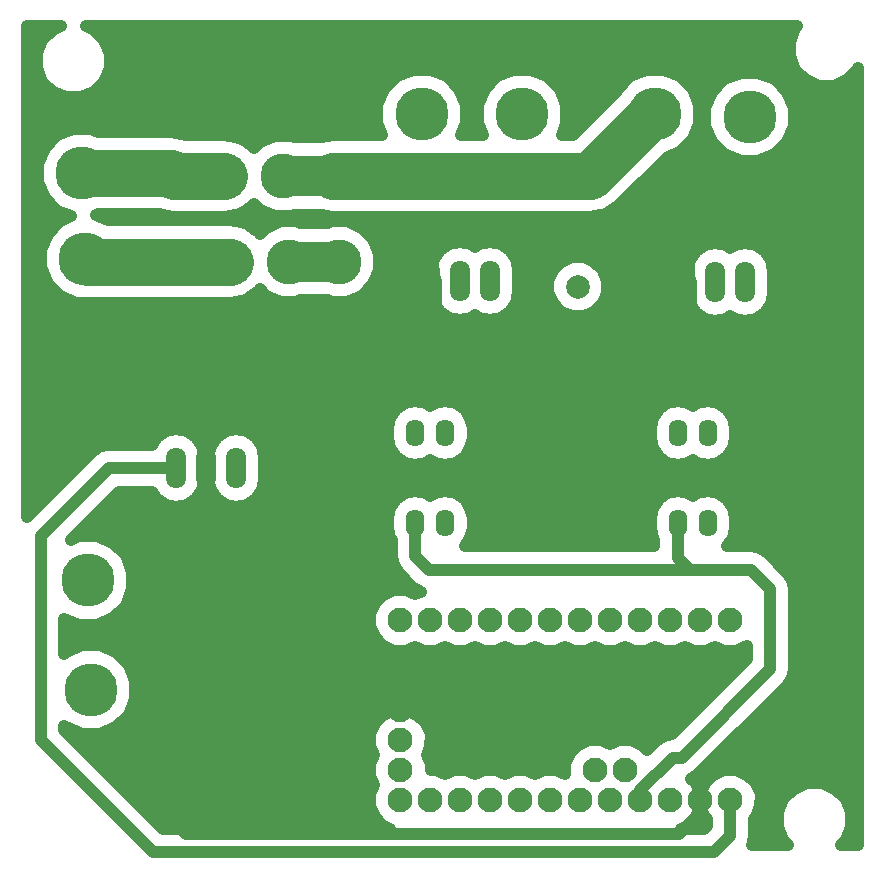
<source format=gbr>
G04 #@! TF.FileFunction,Copper,L2,Bot,Signal*
%FSLAX46Y46*%
G04 Gerber Fmt 4.6, Leading zero omitted, Abs format (unit mm)*
G04 Created by KiCad (PCBNEW 4.0.6) date Tuesday, 04 April 2023 'PMt' 16:51:39*
%MOMM*%
%LPD*%
G01*
G04 APERTURE LIST*
%ADD10C,0.100000*%
%ADD11C,3.800000*%
%ADD12R,3.000000X3.500000*%
%ADD13O,1.600000X2.300000*%
%ADD14C,1.998980*%
%ADD15C,2.100000*%
%ADD16O,1.699260X3.500120*%
%ADD17C,4.500880*%
%ADD18C,4.000000*%
%ADD19C,1.000000*%
%ADD20C,2.000000*%
G04 APERTURE END LIST*
D10*
D11*
X14000000Y58250000D03*
X18250000Y58250000D03*
X23250000Y58250000D03*
X27500000Y58250000D03*
D12*
X25400000Y58250000D03*
X16100000Y58250000D03*
D11*
X14500000Y51000000D03*
X18750000Y51000000D03*
X23750000Y51000000D03*
X28000000Y51000000D03*
D12*
X25900000Y51000000D03*
X16600000Y51000000D03*
D13*
X34460000Y28875000D03*
X37000000Y28875000D03*
X37000000Y36495000D03*
X34460000Y36495000D03*
X56685000Y28875000D03*
X59225000Y28875000D03*
X59225000Y36495000D03*
X56685000Y36495000D03*
D14*
X48201400Y48880040D03*
X48201400Y53881300D03*
D15*
X50970000Y5380000D03*
X56050000Y5380000D03*
X56050000Y20620000D03*
X48430000Y20620000D03*
X45890000Y20620000D03*
X43350000Y20620000D03*
X61130000Y5380000D03*
X58590000Y5380000D03*
X53510000Y5380000D03*
X48430000Y5380000D03*
X45890000Y5380000D03*
X43350000Y5380000D03*
X40810000Y5380000D03*
X38270000Y5380000D03*
X35730000Y5380000D03*
X33190000Y5380000D03*
X61130000Y20620000D03*
X58590000Y20620000D03*
X50970000Y20620000D03*
X40810000Y20620000D03*
X38270000Y20620000D03*
X35730000Y20620000D03*
X33190000Y20620000D03*
X33190000Y7920000D03*
X33190000Y10460000D03*
X33190000Y13000000D03*
X52240000Y7920000D03*
X49700000Y7920000D03*
X53510000Y20620000D03*
D16*
X38244600Y49372800D03*
X40784600Y49372800D03*
X35704600Y49372800D03*
X59860000Y49245800D03*
X62400000Y49245800D03*
X57320000Y49245800D03*
X16750000Y33500000D03*
X19290000Y33500000D03*
X14210000Y33500000D03*
D17*
X35000000Y63500000D03*
X43500000Y63500000D03*
X7000000Y14750000D03*
X6750000Y24000000D03*
X6250000Y58500000D03*
X6500000Y51250000D03*
X6500000Y43750000D03*
X54750000Y63500000D03*
X62750000Y63250000D03*
D18*
X27500000Y58250000D02*
X49250000Y58250000D01*
X49250000Y58250000D02*
X54500000Y63500000D01*
X54500000Y63500000D02*
X54750000Y63500000D01*
X14000000Y58250000D02*
X18250000Y58250000D01*
X6250000Y58500000D02*
X13750000Y58500000D01*
X13750000Y58500000D02*
X14000000Y58250000D01*
X14500000Y51000000D02*
X6750000Y51000000D01*
X6750000Y51000000D02*
X6500000Y51250000D01*
X18750000Y51000000D02*
X14500000Y51000000D01*
D19*
X33190000Y13000000D02*
X30250000Y13000000D01*
X28000000Y10750000D02*
X28000000Y2500002D01*
X30250000Y13000000D02*
X28000000Y10750000D01*
X58590000Y5380000D02*
X58590000Y4340002D01*
X58590000Y4340002D02*
X56750000Y2500002D01*
X16750000Y30750000D02*
X16750000Y33500000D01*
X13000000Y27000000D02*
X16750000Y30750000D01*
X13000000Y4500002D02*
X13000000Y27000000D01*
X15000000Y2500002D02*
X13000000Y4500002D01*
X56750000Y2500002D02*
X28000000Y2500002D01*
X28000000Y2500002D02*
X15000000Y2500002D01*
D18*
X34704600Y43750000D02*
X55957800Y43750000D01*
X55957800Y43750000D02*
X56227800Y43480000D01*
X6500000Y43750000D02*
X34704600Y43750000D01*
X34704600Y43750000D02*
X35704600Y44750000D01*
D19*
X58750000Y5540000D02*
X58590000Y5380000D01*
D18*
X56227800Y43480000D02*
X57320000Y44572200D01*
D20*
X35704600Y49372800D02*
X35704600Y44750000D01*
X35704600Y44750000D02*
X34434600Y43480000D01*
X56227800Y43480000D02*
X34434600Y43480000D01*
X57320000Y49245800D02*
X57320000Y44572200D01*
X57320000Y44572200D02*
X56227800Y43480000D01*
X57320000Y49245800D02*
X52836900Y49245800D01*
X52836900Y49245800D02*
X48201400Y53881300D01*
D19*
X14210000Y33500000D02*
X8500000Y33500000D01*
X61130000Y2380000D02*
X61130000Y5380000D01*
X59750000Y1000000D02*
X61130000Y2380000D01*
X12250000Y1000000D02*
X59750000Y1000000D01*
X2750000Y10500000D02*
X12250000Y1000000D01*
X2750000Y27750000D02*
X2750000Y10500000D01*
X8500000Y33500000D02*
X2750000Y27750000D01*
X57500000Y24887200D02*
X62862800Y24887200D01*
X56250000Y9000000D02*
X53510000Y6260000D01*
X57000000Y9000000D02*
X56250000Y9000000D01*
X64500000Y16500000D02*
X57000000Y9000000D01*
X64500000Y23250000D02*
X64500000Y16500000D01*
X62862800Y24887200D02*
X64500000Y23250000D01*
X53510000Y6260000D02*
X53510000Y5380000D01*
X53510000Y5380000D02*
X53510000Y6260000D01*
X57726400Y24887200D02*
X57500000Y24887200D01*
X57500000Y24887200D02*
X35628400Y24887200D01*
X34460000Y26055600D02*
X34460000Y28875000D01*
X35628400Y24887200D02*
X34460000Y26055600D01*
X56685000Y25928600D02*
X56685000Y28875000D01*
X57726400Y24887200D02*
X56685000Y25928600D01*
G36*
X3746285Y70629585D02*
X2873480Y69758302D01*
X2400539Y68619333D01*
X2399463Y67386077D01*
X2870415Y66246285D01*
X3741698Y65373480D01*
X4880667Y64900539D01*
X6113923Y64899463D01*
X7253715Y65370415D01*
X8126520Y66241698D01*
X8599461Y67380667D01*
X8600537Y68613923D01*
X8129585Y69753715D01*
X7258302Y70626520D01*
X6539482Y70925000D01*
X66790469Y70925000D01*
X66623480Y70758302D01*
X66150539Y69619333D01*
X66149463Y68386077D01*
X66620415Y67246285D01*
X67491698Y66373480D01*
X68630667Y65900539D01*
X69863923Y65899463D01*
X71003715Y66370415D01*
X71876520Y67241698D01*
X71925000Y67358451D01*
X71925000Y1575000D01*
X70459094Y1575000D01*
X70876520Y1991698D01*
X71349461Y3130667D01*
X71350537Y4363923D01*
X70879585Y5503715D01*
X70008302Y6376520D01*
X68869333Y6849461D01*
X67636077Y6850537D01*
X66496285Y6379585D01*
X65623480Y5508302D01*
X65150539Y4369333D01*
X65149463Y3136077D01*
X65620415Y1996285D01*
X66040965Y1575000D01*
X62951277Y1575000D01*
X62977759Y1614633D01*
X63019604Y1825000D01*
X63130001Y2380000D01*
X63130000Y2380005D01*
X63130000Y3773411D01*
X63290524Y3933655D01*
X63679556Y4870548D01*
X63680441Y5885001D01*
X63293045Y6822572D01*
X62576345Y7540524D01*
X61639452Y7929556D01*
X60624999Y7930441D01*
X59687428Y7543045D01*
X58969476Y6826345D01*
X58589545Y5911370D01*
X58213045Y6822572D01*
X57836503Y7199772D01*
X58414214Y7585786D01*
X65914211Y15085784D01*
X65914214Y15085786D01*
X66347759Y15734633D01*
X66500001Y16500000D01*
X66500000Y16500005D01*
X66500000Y23250000D01*
X66347759Y24015367D01*
X65914214Y24664214D01*
X65914211Y24664216D01*
X64277014Y26301414D01*
X63628167Y26734959D01*
X62862800Y26887201D01*
X62862795Y26887200D01*
X60878382Y26887200D01*
X61349923Y27592911D01*
X61525000Y28473083D01*
X61525000Y29276917D01*
X61349923Y30157089D01*
X60851346Y30903263D01*
X60105172Y31401840D01*
X59225000Y31576917D01*
X58344828Y31401840D01*
X57955000Y31141366D01*
X57565172Y31401840D01*
X56685000Y31576917D01*
X55804828Y31401840D01*
X55058654Y30903263D01*
X54560077Y30157089D01*
X54385000Y29276917D01*
X54385000Y28473083D01*
X54560077Y27592911D01*
X54685000Y27405950D01*
X54685000Y26887200D01*
X38653382Y26887200D01*
X39124923Y27592911D01*
X39300000Y28473083D01*
X39300000Y29276917D01*
X39124923Y30157089D01*
X38626346Y30903263D01*
X37880172Y31401840D01*
X37000000Y31576917D01*
X36119828Y31401840D01*
X35730000Y31141366D01*
X35340172Y31401840D01*
X34460000Y31576917D01*
X33579828Y31401840D01*
X32833654Y30903263D01*
X32335077Y30157089D01*
X32160000Y29276917D01*
X32160000Y28473083D01*
X32335077Y27592911D01*
X32460000Y27405950D01*
X32460000Y26055605D01*
X32459999Y26055600D01*
X32612241Y25290233D01*
X33045786Y24641386D01*
X34214184Y23472989D01*
X34214186Y23472986D01*
X34668302Y23169556D01*
X34863033Y23039441D01*
X34893356Y23033409D01*
X34459274Y22854050D01*
X33699452Y23169556D01*
X32684999Y23170441D01*
X31747428Y22783045D01*
X31029476Y22066345D01*
X30640444Y21129452D01*
X30639559Y20114999D01*
X31026955Y19177428D01*
X31743655Y18459476D01*
X32680548Y18070444D01*
X33695001Y18069559D01*
X34460726Y18385950D01*
X35220548Y18070444D01*
X36235001Y18069559D01*
X37000726Y18385950D01*
X37760548Y18070444D01*
X38775001Y18069559D01*
X39540726Y18385950D01*
X40300548Y18070444D01*
X41315001Y18069559D01*
X42080726Y18385950D01*
X42840548Y18070444D01*
X43855001Y18069559D01*
X44620726Y18385950D01*
X45380548Y18070444D01*
X46395001Y18069559D01*
X47160726Y18385950D01*
X47920548Y18070444D01*
X48935001Y18069559D01*
X49700726Y18385950D01*
X50460548Y18070444D01*
X51475001Y18069559D01*
X52240726Y18385950D01*
X53000548Y18070444D01*
X54015001Y18069559D01*
X54780726Y18385950D01*
X55540548Y18070444D01*
X56555001Y18069559D01*
X57320726Y18385950D01*
X58080548Y18070444D01*
X59095001Y18069559D01*
X59860726Y18385950D01*
X60620548Y18070444D01*
X61635001Y18069559D01*
X62500000Y18426969D01*
X62500000Y17328427D01*
X56152099Y10980527D01*
X55484633Y10847759D01*
X54835786Y10414214D01*
X54835784Y10414211D01*
X54093865Y9672292D01*
X53686345Y10080524D01*
X52749452Y10469556D01*
X51734999Y10470441D01*
X50969274Y10154050D01*
X50209452Y10469556D01*
X49194999Y10470441D01*
X48257428Y10083045D01*
X47539476Y9366345D01*
X47150444Y8429452D01*
X47149736Y7618011D01*
X46399452Y7929556D01*
X45384999Y7930441D01*
X44619274Y7614050D01*
X43859452Y7929556D01*
X42844999Y7930441D01*
X42079274Y7614050D01*
X41319452Y7929556D01*
X40304999Y7930441D01*
X39539274Y7614050D01*
X38779452Y7929556D01*
X37764999Y7930441D01*
X36999274Y7614050D01*
X36239452Y7929556D01*
X35740009Y7929992D01*
X35740441Y8425001D01*
X35424050Y9190726D01*
X35739556Y9950548D01*
X35740441Y10965001D01*
X35353045Y11902572D01*
X34636345Y12620524D01*
X33699452Y13009556D01*
X32684999Y13010441D01*
X31747428Y12623045D01*
X31029476Y11906345D01*
X30640444Y10969452D01*
X30639559Y9954999D01*
X30955950Y9189274D01*
X30640444Y8429452D01*
X30639559Y7414999D01*
X30955950Y6649274D01*
X30640444Y5889452D01*
X30639559Y4874999D01*
X31026955Y3937428D01*
X31743655Y3219476D01*
X32272212Y3000000D01*
X13078427Y3000000D01*
X4750000Y11328428D01*
X4750000Y11695373D01*
X4872773Y11572386D01*
X6250719Y11000213D01*
X7742736Y10998911D01*
X9121678Y11568678D01*
X10177614Y12622773D01*
X10749787Y14000719D01*
X10751089Y15492736D01*
X10181322Y16871678D01*
X9127227Y17927614D01*
X7749281Y18499787D01*
X6257264Y18501089D01*
X4878322Y17931322D01*
X4750000Y17803224D01*
X4750000Y20769557D01*
X6000719Y20250213D01*
X7492736Y20248911D01*
X8871678Y20818678D01*
X9927614Y21872773D01*
X10499787Y23250719D01*
X10501089Y24742736D01*
X9931322Y26121678D01*
X8877227Y27177614D01*
X7499281Y27749787D01*
X6007264Y27751089D01*
X5278326Y27449898D01*
X9328428Y31500000D01*
X12130588Y31500000D01*
X12548561Y30874459D01*
X13310836Y30365123D01*
X14210000Y30186268D01*
X15109164Y30365123D01*
X15871439Y30874459D01*
X16380775Y31636734D01*
X16559630Y32535898D01*
X16559630Y34464102D01*
X16940370Y34464102D01*
X16940370Y32535898D01*
X17119225Y31636734D01*
X17628561Y30874459D01*
X18390836Y30365123D01*
X19290000Y30186268D01*
X20189164Y30365123D01*
X20951439Y30874459D01*
X21460775Y31636734D01*
X21639630Y32535898D01*
X21639630Y34464102D01*
X21460775Y35363266D01*
X20951439Y36125541D01*
X20189164Y36634877D01*
X19290000Y36813732D01*
X18390836Y36634877D01*
X17628561Y36125541D01*
X17119225Y35363266D01*
X16940370Y34464102D01*
X16559630Y34464102D01*
X16380775Y35363266D01*
X15871439Y36125541D01*
X15109164Y36634877D01*
X14210000Y36813732D01*
X13310836Y36634877D01*
X12548561Y36125541D01*
X12130588Y35500000D01*
X8500005Y35500000D01*
X8500000Y35500001D01*
X7734633Y35347759D01*
X7085786Y34914214D01*
X1575000Y29403428D01*
X1575000Y36896917D01*
X32160000Y36896917D01*
X32160000Y36093083D01*
X32335077Y35212911D01*
X32833654Y34466737D01*
X33579828Y33968160D01*
X34460000Y33793083D01*
X35340172Y33968160D01*
X35730000Y34228634D01*
X36119828Y33968160D01*
X37000000Y33793083D01*
X37880172Y33968160D01*
X38626346Y34466737D01*
X39124923Y35212911D01*
X39300000Y36093083D01*
X39300000Y36896917D01*
X54385000Y36896917D01*
X54385000Y36093083D01*
X54560077Y35212911D01*
X55058654Y34466737D01*
X55804828Y33968160D01*
X56685000Y33793083D01*
X57565172Y33968160D01*
X57955000Y34228634D01*
X58344828Y33968160D01*
X59225000Y33793083D01*
X60105172Y33968160D01*
X60851346Y34466737D01*
X61349923Y35212911D01*
X61525000Y36093083D01*
X61525000Y36896917D01*
X61349923Y37777089D01*
X60851346Y38523263D01*
X60105172Y39021840D01*
X59225000Y39196917D01*
X58344828Y39021840D01*
X57955000Y38761366D01*
X57565172Y39021840D01*
X56685000Y39196917D01*
X55804828Y39021840D01*
X55058654Y38523263D01*
X54560077Y37777089D01*
X54385000Y36896917D01*
X39300000Y36896917D01*
X39124923Y37777089D01*
X38626346Y38523263D01*
X37880172Y39021840D01*
X37000000Y39196917D01*
X36119828Y39021840D01*
X35730000Y38761366D01*
X35340172Y39021840D01*
X34460000Y39196917D01*
X33579828Y39021840D01*
X32833654Y38523263D01*
X32335077Y37777089D01*
X32160000Y36896917D01*
X1575000Y36896917D01*
X1575000Y57757264D01*
X2498911Y57757264D01*
X3068678Y56378322D01*
X4122773Y55322386D01*
X5325841Y54822829D01*
X4378322Y54431322D01*
X3322386Y53377227D01*
X2750213Y51999281D01*
X2748911Y50507264D01*
X3318678Y49128322D01*
X4372773Y48072386D01*
X5750719Y47500213D01*
X7242736Y47498911D01*
X7245372Y47500000D01*
X18750000Y47500000D01*
X19250530Y47599562D01*
X19423335Y47599411D01*
X19584451Y47665983D01*
X20089392Y47766422D01*
X20513724Y48049951D01*
X20673429Y48115940D01*
X20796802Y48239098D01*
X21224874Y48525126D01*
X21301678Y48640071D01*
X21821540Y48119301D01*
X23070731Y47600591D01*
X24423335Y47599411D01*
X24716668Y47720614D01*
X27031684Y47720614D01*
X27320731Y47600591D01*
X28673335Y47599411D01*
X29923429Y48115940D01*
X30880699Y49071540D01*
X31399409Y50320731D01*
X31399423Y50336902D01*
X35894970Y50336902D01*
X35894970Y48408698D01*
X36073825Y47509534D01*
X36583161Y46747259D01*
X37345436Y46237923D01*
X38244600Y46059068D01*
X39143764Y46237923D01*
X39514600Y46485708D01*
X39885436Y46237923D01*
X40784600Y46059068D01*
X41683764Y46237923D01*
X42446039Y46747259D01*
X42955375Y47509534D01*
X43129524Y48385042D01*
X45701477Y48385042D01*
X46081200Y47466042D01*
X46783704Y46762311D01*
X47702039Y46380985D01*
X48696398Y46380117D01*
X49615398Y46759840D01*
X50319129Y47462344D01*
X50700455Y48380679D01*
X50701323Y49375038D01*
X50356365Y50209902D01*
X57510370Y50209902D01*
X57510370Y48281698D01*
X57689225Y47382534D01*
X58198561Y46620259D01*
X58960836Y46110923D01*
X59860000Y45932068D01*
X60759164Y46110923D01*
X61130000Y46358708D01*
X61500836Y46110923D01*
X62400000Y45932068D01*
X63299164Y46110923D01*
X64061439Y46620259D01*
X64570775Y47382534D01*
X64749630Y48281698D01*
X64749630Y50209902D01*
X64570775Y51109066D01*
X64061439Y51871341D01*
X63299164Y52380677D01*
X62400000Y52559532D01*
X61500836Y52380677D01*
X61130000Y52132892D01*
X60759164Y52380677D01*
X59860000Y52559532D01*
X58960836Y52380677D01*
X58198561Y51871341D01*
X57689225Y51109066D01*
X57510370Y50209902D01*
X50356365Y50209902D01*
X50321600Y50294038D01*
X49619096Y50997769D01*
X48700761Y51379095D01*
X47706402Y51379963D01*
X46787402Y51000240D01*
X46083671Y50297736D01*
X45702345Y49379401D01*
X45701477Y48385042D01*
X43129524Y48385042D01*
X43134230Y48408698D01*
X43134230Y50336902D01*
X42955375Y51236066D01*
X42446039Y51998341D01*
X41683764Y52507677D01*
X40784600Y52686532D01*
X39885436Y52507677D01*
X39514600Y52259892D01*
X39143764Y52507677D01*
X38244600Y52686532D01*
X37345436Y52507677D01*
X36583161Y51998341D01*
X36073825Y51236066D01*
X35894970Y50336902D01*
X31399423Y50336902D01*
X31400589Y51673335D01*
X30884060Y52923429D01*
X29928460Y53880699D01*
X28679269Y54399409D01*
X27326665Y54400589D01*
X27033332Y54279386D01*
X24718316Y54279386D01*
X24429269Y54399409D01*
X23076665Y54400589D01*
X21826571Y53884060D01*
X21301616Y53360021D01*
X21224874Y53474874D01*
X20800543Y53758403D01*
X20678460Y53880699D01*
X20517461Y53947552D01*
X20089392Y54233578D01*
X19588864Y54333139D01*
X19429269Y54399409D01*
X19254940Y54399561D01*
X18750000Y54500000D01*
X8452902Y54500000D01*
X7424159Y54927171D01*
X7600418Y55000000D01*
X12743167Y55000000D01*
X13161136Y54916861D01*
X13320731Y54850591D01*
X13495060Y54850439D01*
X14000000Y54750000D01*
X18250000Y54750000D01*
X18750530Y54849562D01*
X18923335Y54849411D01*
X19084451Y54915983D01*
X19589392Y55016422D01*
X20013724Y55299951D01*
X20173429Y55365940D01*
X20296802Y55489098D01*
X20724874Y55775126D01*
X20801678Y55890071D01*
X21321540Y55369301D01*
X22570731Y54850591D01*
X23923335Y54849411D01*
X24216668Y54970614D01*
X26390900Y54970614D01*
X26661136Y54916861D01*
X26820731Y54850591D01*
X26995060Y54850439D01*
X27500000Y54750000D01*
X49250000Y54750000D01*
X50589392Y55016422D01*
X51724874Y55775126D01*
X55843656Y59893908D01*
X56871678Y60318678D01*
X57927614Y61372773D01*
X58398695Y62507264D01*
X58998911Y62507264D01*
X59568678Y61128322D01*
X60622773Y60072386D01*
X62000719Y59500213D01*
X63492736Y59498911D01*
X64871678Y60068678D01*
X65927614Y61122773D01*
X66499787Y62500719D01*
X66501089Y63992736D01*
X65931322Y65371678D01*
X64877227Y66427614D01*
X63499281Y66999787D01*
X62007264Y67001089D01*
X60628322Y66431322D01*
X59572386Y65377227D01*
X59000213Y63999281D01*
X58998911Y62507264D01*
X58398695Y62507264D01*
X58499787Y62750719D01*
X58501089Y64242736D01*
X57931322Y65621678D01*
X56877227Y66677614D01*
X55499281Y67249787D01*
X54007264Y67251089D01*
X52628322Y66681322D01*
X51572386Y65627227D01*
X51497760Y65447508D01*
X47800252Y61750000D01*
X46834252Y61750000D01*
X47249787Y62750719D01*
X47251089Y64242736D01*
X46681322Y65621678D01*
X45627227Y66677614D01*
X44249281Y67249787D01*
X42757264Y67251089D01*
X41378322Y66681322D01*
X40322386Y65627227D01*
X39750213Y64249281D01*
X39748911Y62757264D01*
X40165104Y61750000D01*
X38334252Y61750000D01*
X38749787Y62750719D01*
X38751089Y64242736D01*
X38181322Y65621678D01*
X37127227Y66677614D01*
X35749281Y67249787D01*
X34257264Y67251089D01*
X32878322Y66681322D01*
X31822386Y65627227D01*
X31250213Y64249281D01*
X31248911Y62757264D01*
X31665104Y61750000D01*
X27500000Y61750000D01*
X26999470Y61650438D01*
X26826665Y61650589D01*
X26665549Y61584017D01*
X26390900Y61529386D01*
X24218316Y61529386D01*
X23929269Y61649409D01*
X22576665Y61650589D01*
X21326571Y61134060D01*
X20801616Y60610021D01*
X20724874Y60724874D01*
X20300543Y61008403D01*
X20178460Y61130699D01*
X20017461Y61197552D01*
X19589392Y61483578D01*
X19088864Y61583139D01*
X18929269Y61649409D01*
X18754940Y61649561D01*
X18250000Y61750000D01*
X15006833Y61750000D01*
X13750000Y62000000D01*
X7600835Y62000000D01*
X6999281Y62249787D01*
X5507264Y62251089D01*
X4128322Y61681322D01*
X3072386Y60627227D01*
X2500213Y59249281D01*
X2498911Y57757264D01*
X1575000Y57757264D01*
X1575000Y70925000D01*
X4461245Y70925000D01*
X3746285Y70629585D01*
X3746285Y70629585D01*
G37*
X3746285Y70629585D02*
X2873480Y69758302D01*
X2400539Y68619333D01*
X2399463Y67386077D01*
X2870415Y66246285D01*
X3741698Y65373480D01*
X4880667Y64900539D01*
X6113923Y64899463D01*
X7253715Y65370415D01*
X8126520Y66241698D01*
X8599461Y67380667D01*
X8600537Y68613923D01*
X8129585Y69753715D01*
X7258302Y70626520D01*
X6539482Y70925000D01*
X66790469Y70925000D01*
X66623480Y70758302D01*
X66150539Y69619333D01*
X66149463Y68386077D01*
X66620415Y67246285D01*
X67491698Y66373480D01*
X68630667Y65900539D01*
X69863923Y65899463D01*
X71003715Y66370415D01*
X71876520Y67241698D01*
X71925000Y67358451D01*
X71925000Y1575000D01*
X70459094Y1575000D01*
X70876520Y1991698D01*
X71349461Y3130667D01*
X71350537Y4363923D01*
X70879585Y5503715D01*
X70008302Y6376520D01*
X68869333Y6849461D01*
X67636077Y6850537D01*
X66496285Y6379585D01*
X65623480Y5508302D01*
X65150539Y4369333D01*
X65149463Y3136077D01*
X65620415Y1996285D01*
X66040965Y1575000D01*
X62951277Y1575000D01*
X62977759Y1614633D01*
X63019604Y1825000D01*
X63130001Y2380000D01*
X63130000Y2380005D01*
X63130000Y3773411D01*
X63290524Y3933655D01*
X63679556Y4870548D01*
X63680441Y5885001D01*
X63293045Y6822572D01*
X62576345Y7540524D01*
X61639452Y7929556D01*
X60624999Y7930441D01*
X59687428Y7543045D01*
X58969476Y6826345D01*
X58589545Y5911370D01*
X58213045Y6822572D01*
X57836503Y7199772D01*
X58414214Y7585786D01*
X65914211Y15085784D01*
X65914214Y15085786D01*
X66347759Y15734633D01*
X66500001Y16500000D01*
X66500000Y16500005D01*
X66500000Y23250000D01*
X66347759Y24015367D01*
X65914214Y24664214D01*
X65914211Y24664216D01*
X64277014Y26301414D01*
X63628167Y26734959D01*
X62862800Y26887201D01*
X62862795Y26887200D01*
X60878382Y26887200D01*
X61349923Y27592911D01*
X61525000Y28473083D01*
X61525000Y29276917D01*
X61349923Y30157089D01*
X60851346Y30903263D01*
X60105172Y31401840D01*
X59225000Y31576917D01*
X58344828Y31401840D01*
X57955000Y31141366D01*
X57565172Y31401840D01*
X56685000Y31576917D01*
X55804828Y31401840D01*
X55058654Y30903263D01*
X54560077Y30157089D01*
X54385000Y29276917D01*
X54385000Y28473083D01*
X54560077Y27592911D01*
X54685000Y27405950D01*
X54685000Y26887200D01*
X38653382Y26887200D01*
X39124923Y27592911D01*
X39300000Y28473083D01*
X39300000Y29276917D01*
X39124923Y30157089D01*
X38626346Y30903263D01*
X37880172Y31401840D01*
X37000000Y31576917D01*
X36119828Y31401840D01*
X35730000Y31141366D01*
X35340172Y31401840D01*
X34460000Y31576917D01*
X33579828Y31401840D01*
X32833654Y30903263D01*
X32335077Y30157089D01*
X32160000Y29276917D01*
X32160000Y28473083D01*
X32335077Y27592911D01*
X32460000Y27405950D01*
X32460000Y26055605D01*
X32459999Y26055600D01*
X32612241Y25290233D01*
X33045786Y24641386D01*
X34214184Y23472989D01*
X34214186Y23472986D01*
X34668302Y23169556D01*
X34863033Y23039441D01*
X34893356Y23033409D01*
X34459274Y22854050D01*
X33699452Y23169556D01*
X32684999Y23170441D01*
X31747428Y22783045D01*
X31029476Y22066345D01*
X30640444Y21129452D01*
X30639559Y20114999D01*
X31026955Y19177428D01*
X31743655Y18459476D01*
X32680548Y18070444D01*
X33695001Y18069559D01*
X34460726Y18385950D01*
X35220548Y18070444D01*
X36235001Y18069559D01*
X37000726Y18385950D01*
X37760548Y18070444D01*
X38775001Y18069559D01*
X39540726Y18385950D01*
X40300548Y18070444D01*
X41315001Y18069559D01*
X42080726Y18385950D01*
X42840548Y18070444D01*
X43855001Y18069559D01*
X44620726Y18385950D01*
X45380548Y18070444D01*
X46395001Y18069559D01*
X47160726Y18385950D01*
X47920548Y18070444D01*
X48935001Y18069559D01*
X49700726Y18385950D01*
X50460548Y18070444D01*
X51475001Y18069559D01*
X52240726Y18385950D01*
X53000548Y18070444D01*
X54015001Y18069559D01*
X54780726Y18385950D01*
X55540548Y18070444D01*
X56555001Y18069559D01*
X57320726Y18385950D01*
X58080548Y18070444D01*
X59095001Y18069559D01*
X59860726Y18385950D01*
X60620548Y18070444D01*
X61635001Y18069559D01*
X62500000Y18426969D01*
X62500000Y17328427D01*
X56152099Y10980527D01*
X55484633Y10847759D01*
X54835786Y10414214D01*
X54835784Y10414211D01*
X54093865Y9672292D01*
X53686345Y10080524D01*
X52749452Y10469556D01*
X51734999Y10470441D01*
X50969274Y10154050D01*
X50209452Y10469556D01*
X49194999Y10470441D01*
X48257428Y10083045D01*
X47539476Y9366345D01*
X47150444Y8429452D01*
X47149736Y7618011D01*
X46399452Y7929556D01*
X45384999Y7930441D01*
X44619274Y7614050D01*
X43859452Y7929556D01*
X42844999Y7930441D01*
X42079274Y7614050D01*
X41319452Y7929556D01*
X40304999Y7930441D01*
X39539274Y7614050D01*
X38779452Y7929556D01*
X37764999Y7930441D01*
X36999274Y7614050D01*
X36239452Y7929556D01*
X35740009Y7929992D01*
X35740441Y8425001D01*
X35424050Y9190726D01*
X35739556Y9950548D01*
X35740441Y10965001D01*
X35353045Y11902572D01*
X34636345Y12620524D01*
X33699452Y13009556D01*
X32684999Y13010441D01*
X31747428Y12623045D01*
X31029476Y11906345D01*
X30640444Y10969452D01*
X30639559Y9954999D01*
X30955950Y9189274D01*
X30640444Y8429452D01*
X30639559Y7414999D01*
X30955950Y6649274D01*
X30640444Y5889452D01*
X30639559Y4874999D01*
X31026955Y3937428D01*
X31743655Y3219476D01*
X32272212Y3000000D01*
X13078427Y3000000D01*
X4750000Y11328428D01*
X4750000Y11695373D01*
X4872773Y11572386D01*
X6250719Y11000213D01*
X7742736Y10998911D01*
X9121678Y11568678D01*
X10177614Y12622773D01*
X10749787Y14000719D01*
X10751089Y15492736D01*
X10181322Y16871678D01*
X9127227Y17927614D01*
X7749281Y18499787D01*
X6257264Y18501089D01*
X4878322Y17931322D01*
X4750000Y17803224D01*
X4750000Y20769557D01*
X6000719Y20250213D01*
X7492736Y20248911D01*
X8871678Y20818678D01*
X9927614Y21872773D01*
X10499787Y23250719D01*
X10501089Y24742736D01*
X9931322Y26121678D01*
X8877227Y27177614D01*
X7499281Y27749787D01*
X6007264Y27751089D01*
X5278326Y27449898D01*
X9328428Y31500000D01*
X12130588Y31500000D01*
X12548561Y30874459D01*
X13310836Y30365123D01*
X14210000Y30186268D01*
X15109164Y30365123D01*
X15871439Y30874459D01*
X16380775Y31636734D01*
X16559630Y32535898D01*
X16559630Y34464102D01*
X16940370Y34464102D01*
X16940370Y32535898D01*
X17119225Y31636734D01*
X17628561Y30874459D01*
X18390836Y30365123D01*
X19290000Y30186268D01*
X20189164Y30365123D01*
X20951439Y30874459D01*
X21460775Y31636734D01*
X21639630Y32535898D01*
X21639630Y34464102D01*
X21460775Y35363266D01*
X20951439Y36125541D01*
X20189164Y36634877D01*
X19290000Y36813732D01*
X18390836Y36634877D01*
X17628561Y36125541D01*
X17119225Y35363266D01*
X16940370Y34464102D01*
X16559630Y34464102D01*
X16380775Y35363266D01*
X15871439Y36125541D01*
X15109164Y36634877D01*
X14210000Y36813732D01*
X13310836Y36634877D01*
X12548561Y36125541D01*
X12130588Y35500000D01*
X8500005Y35500000D01*
X8500000Y35500001D01*
X7734633Y35347759D01*
X7085786Y34914214D01*
X1575000Y29403428D01*
X1575000Y36896917D01*
X32160000Y36896917D01*
X32160000Y36093083D01*
X32335077Y35212911D01*
X32833654Y34466737D01*
X33579828Y33968160D01*
X34460000Y33793083D01*
X35340172Y33968160D01*
X35730000Y34228634D01*
X36119828Y33968160D01*
X37000000Y33793083D01*
X37880172Y33968160D01*
X38626346Y34466737D01*
X39124923Y35212911D01*
X39300000Y36093083D01*
X39300000Y36896917D01*
X54385000Y36896917D01*
X54385000Y36093083D01*
X54560077Y35212911D01*
X55058654Y34466737D01*
X55804828Y33968160D01*
X56685000Y33793083D01*
X57565172Y33968160D01*
X57955000Y34228634D01*
X58344828Y33968160D01*
X59225000Y33793083D01*
X60105172Y33968160D01*
X60851346Y34466737D01*
X61349923Y35212911D01*
X61525000Y36093083D01*
X61525000Y36896917D01*
X61349923Y37777089D01*
X60851346Y38523263D01*
X60105172Y39021840D01*
X59225000Y39196917D01*
X58344828Y39021840D01*
X57955000Y38761366D01*
X57565172Y39021840D01*
X56685000Y39196917D01*
X55804828Y39021840D01*
X55058654Y38523263D01*
X54560077Y37777089D01*
X54385000Y36896917D01*
X39300000Y36896917D01*
X39124923Y37777089D01*
X38626346Y38523263D01*
X37880172Y39021840D01*
X37000000Y39196917D01*
X36119828Y39021840D01*
X35730000Y38761366D01*
X35340172Y39021840D01*
X34460000Y39196917D01*
X33579828Y39021840D01*
X32833654Y38523263D01*
X32335077Y37777089D01*
X32160000Y36896917D01*
X1575000Y36896917D01*
X1575000Y57757264D01*
X2498911Y57757264D01*
X3068678Y56378322D01*
X4122773Y55322386D01*
X5325841Y54822829D01*
X4378322Y54431322D01*
X3322386Y53377227D01*
X2750213Y51999281D01*
X2748911Y50507264D01*
X3318678Y49128322D01*
X4372773Y48072386D01*
X5750719Y47500213D01*
X7242736Y47498911D01*
X7245372Y47500000D01*
X18750000Y47500000D01*
X19250530Y47599562D01*
X19423335Y47599411D01*
X19584451Y47665983D01*
X20089392Y47766422D01*
X20513724Y48049951D01*
X20673429Y48115940D01*
X20796802Y48239098D01*
X21224874Y48525126D01*
X21301678Y48640071D01*
X21821540Y48119301D01*
X23070731Y47600591D01*
X24423335Y47599411D01*
X24716668Y47720614D01*
X27031684Y47720614D01*
X27320731Y47600591D01*
X28673335Y47599411D01*
X29923429Y48115940D01*
X30880699Y49071540D01*
X31399409Y50320731D01*
X31399423Y50336902D01*
X35894970Y50336902D01*
X35894970Y48408698D01*
X36073825Y47509534D01*
X36583161Y46747259D01*
X37345436Y46237923D01*
X38244600Y46059068D01*
X39143764Y46237923D01*
X39514600Y46485708D01*
X39885436Y46237923D01*
X40784600Y46059068D01*
X41683764Y46237923D01*
X42446039Y46747259D01*
X42955375Y47509534D01*
X43129524Y48385042D01*
X45701477Y48385042D01*
X46081200Y47466042D01*
X46783704Y46762311D01*
X47702039Y46380985D01*
X48696398Y46380117D01*
X49615398Y46759840D01*
X50319129Y47462344D01*
X50700455Y48380679D01*
X50701323Y49375038D01*
X50356365Y50209902D01*
X57510370Y50209902D01*
X57510370Y48281698D01*
X57689225Y47382534D01*
X58198561Y46620259D01*
X58960836Y46110923D01*
X59860000Y45932068D01*
X60759164Y46110923D01*
X61130000Y46358708D01*
X61500836Y46110923D01*
X62400000Y45932068D01*
X63299164Y46110923D01*
X64061439Y46620259D01*
X64570775Y47382534D01*
X64749630Y48281698D01*
X64749630Y50209902D01*
X64570775Y51109066D01*
X64061439Y51871341D01*
X63299164Y52380677D01*
X62400000Y52559532D01*
X61500836Y52380677D01*
X61130000Y52132892D01*
X60759164Y52380677D01*
X59860000Y52559532D01*
X58960836Y52380677D01*
X58198561Y51871341D01*
X57689225Y51109066D01*
X57510370Y50209902D01*
X50356365Y50209902D01*
X50321600Y50294038D01*
X49619096Y50997769D01*
X48700761Y51379095D01*
X47706402Y51379963D01*
X46787402Y51000240D01*
X46083671Y50297736D01*
X45702345Y49379401D01*
X45701477Y48385042D01*
X43129524Y48385042D01*
X43134230Y48408698D01*
X43134230Y50336902D01*
X42955375Y51236066D01*
X42446039Y51998341D01*
X41683764Y52507677D01*
X40784600Y52686532D01*
X39885436Y52507677D01*
X39514600Y52259892D01*
X39143764Y52507677D01*
X38244600Y52686532D01*
X37345436Y52507677D01*
X36583161Y51998341D01*
X36073825Y51236066D01*
X35894970Y50336902D01*
X31399423Y50336902D01*
X31400589Y51673335D01*
X30884060Y52923429D01*
X29928460Y53880699D01*
X28679269Y54399409D01*
X27326665Y54400589D01*
X27033332Y54279386D01*
X24718316Y54279386D01*
X24429269Y54399409D01*
X23076665Y54400589D01*
X21826571Y53884060D01*
X21301616Y53360021D01*
X21224874Y53474874D01*
X20800543Y53758403D01*
X20678460Y53880699D01*
X20517461Y53947552D01*
X20089392Y54233578D01*
X19588864Y54333139D01*
X19429269Y54399409D01*
X19254940Y54399561D01*
X18750000Y54500000D01*
X8452902Y54500000D01*
X7424159Y54927171D01*
X7600418Y55000000D01*
X12743167Y55000000D01*
X13161136Y54916861D01*
X13320731Y54850591D01*
X13495060Y54850439D01*
X14000000Y54750000D01*
X18250000Y54750000D01*
X18750530Y54849562D01*
X18923335Y54849411D01*
X19084451Y54915983D01*
X19589392Y55016422D01*
X20013724Y55299951D01*
X20173429Y55365940D01*
X20296802Y55489098D01*
X20724874Y55775126D01*
X20801678Y55890071D01*
X21321540Y55369301D01*
X22570731Y54850591D01*
X23923335Y54849411D01*
X24216668Y54970614D01*
X26390900Y54970614D01*
X26661136Y54916861D01*
X26820731Y54850591D01*
X26995060Y54850439D01*
X27500000Y54750000D01*
X49250000Y54750000D01*
X50589392Y55016422D01*
X51724874Y55775126D01*
X55843656Y59893908D01*
X56871678Y60318678D01*
X57927614Y61372773D01*
X58398695Y62507264D01*
X58998911Y62507264D01*
X59568678Y61128322D01*
X60622773Y60072386D01*
X62000719Y59500213D01*
X63492736Y59498911D01*
X64871678Y60068678D01*
X65927614Y61122773D01*
X66499787Y62500719D01*
X66501089Y63992736D01*
X65931322Y65371678D01*
X64877227Y66427614D01*
X63499281Y66999787D01*
X62007264Y67001089D01*
X60628322Y66431322D01*
X59572386Y65377227D01*
X59000213Y63999281D01*
X58998911Y62507264D01*
X58398695Y62507264D01*
X58499787Y62750719D01*
X58501089Y64242736D01*
X57931322Y65621678D01*
X56877227Y66677614D01*
X55499281Y67249787D01*
X54007264Y67251089D01*
X52628322Y66681322D01*
X51572386Y65627227D01*
X51497760Y65447508D01*
X47800252Y61750000D01*
X46834252Y61750000D01*
X47249787Y62750719D01*
X47251089Y64242736D01*
X46681322Y65621678D01*
X45627227Y66677614D01*
X44249281Y67249787D01*
X42757264Y67251089D01*
X41378322Y66681322D01*
X40322386Y65627227D01*
X39750213Y64249281D01*
X39748911Y62757264D01*
X40165104Y61750000D01*
X38334252Y61750000D01*
X38749787Y62750719D01*
X38751089Y64242736D01*
X38181322Y65621678D01*
X37127227Y66677614D01*
X35749281Y67249787D01*
X34257264Y67251089D01*
X32878322Y66681322D01*
X31822386Y65627227D01*
X31250213Y64249281D01*
X31248911Y62757264D01*
X31665104Y61750000D01*
X27500000Y61750000D01*
X26999470Y61650438D01*
X26826665Y61650589D01*
X26665549Y61584017D01*
X26390900Y61529386D01*
X24218316Y61529386D01*
X23929269Y61649409D01*
X22576665Y61650589D01*
X21326571Y61134060D01*
X20801616Y60610021D01*
X20724874Y60724874D01*
X20300543Y61008403D01*
X20178460Y61130699D01*
X20017461Y61197552D01*
X19589392Y61483578D01*
X19088864Y61583139D01*
X18929269Y61649409D01*
X18754940Y61649561D01*
X18250000Y61750000D01*
X15006833Y61750000D01*
X13750000Y62000000D01*
X7600835Y62000000D01*
X6999281Y62249787D01*
X5507264Y62251089D01*
X4128322Y61681322D01*
X3072386Y60627227D01*
X2500213Y59249281D01*
X2498911Y57757264D01*
X1575000Y57757264D01*
X1575000Y70925000D01*
X4461245Y70925000D01*
X3746285Y70629585D01*
G36*
X58966955Y3937428D02*
X59130000Y3774098D01*
X59130000Y3208427D01*
X58921572Y3000000D01*
X56967500Y3000000D01*
X57492572Y3216955D01*
X58210524Y3933655D01*
X58590455Y4848630D01*
X58966955Y3937428D01*
X58966955Y3937428D01*
G37*
X58966955Y3937428D02*
X59130000Y3774098D01*
X59130000Y3208427D01*
X58921572Y3000000D01*
X56967500Y3000000D01*
X57492572Y3216955D01*
X58210524Y3933655D01*
X58590455Y4848630D01*
X58966955Y3937428D01*
M02*

</source>
